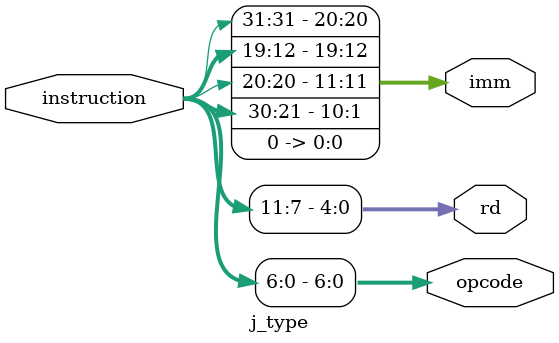
<source format=v>
`timescale 1ns / 1ps

module j_type(
    input [31:0] instruction,  // 32-bit J-Type instruction
    output [6:0] opcode,       // Opcode (bits [6:0])
    output [4:0] rd,           // Destination register (bits [11:7])
    output [20:0] imm          // Immediate value (bits [31] + [19:12] + [20] + [30:21])
);

    // Assign fields based on the J-Type instruction format
    assign opcode = instruction[6:0];   // Opcode
    assign rd     = instruction[11:7];  // Destination register
    assign imm    = {instruction[31],   // imm[20] (sign bit)
                     instruction[19:12],// imm[19:12]
                     instruction[20],   // imm[11]
                     instruction[30:21],// imm[10:1]
                     1'b0};             // imm[0] (always 0 for alignment)

endmodule

</source>
